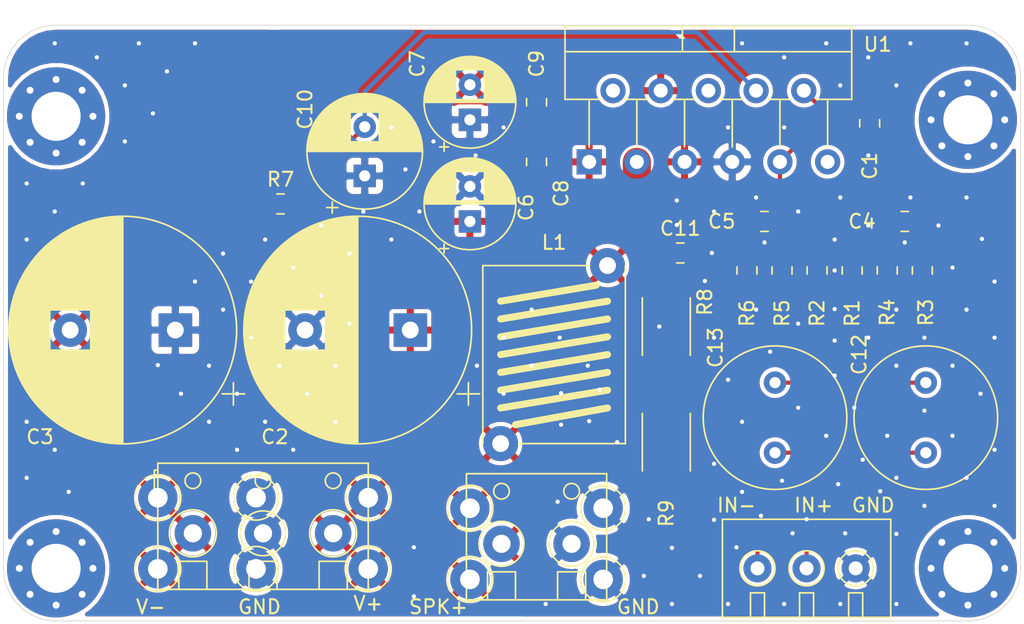
<source format=kicad_pcb>
(kicad_pcb (version 20171130) (host pcbnew "(5.1.6-0)")
  (layers (0 F.Cu signal) (31 B.Cu signal) (34 B.Paste user) (35 F.Paste user) (36 B.SilkS user) (37 F.SilkS user) (38 B.Mask user) (39 F.Mask user) (44 Edge.Cuts user))
  (net 0 "")
  (net 1 GND)
  (net 2 VCC)
  (net 3 VEE)
  (net 4 "Net-(C4-Pad2)")
  (net 5 "Net-(C5-Pad1)")
  (net 6 "Net-(C11-Pad1)")
  (net 7 /ICIN+)
  (net 8 /ICIN-)
  (net 9 /IN+)
  (net 10 /IN-)
  (net 11 /SIGOUT)
  (net 12 /MUTE)
  (net 13 "Net-(C12-Pad1)")
  (net 14 "Net-(C13-Pad1)")
  (net 15 /SPK+)
  (module footprints:Terminal_.25_PCB_TAB_TE_Connectivity_P5.08mm_ (layer F.Cu) (at 112.75 89.5 90)
    (fp_text reference J8)
    (fp_text value GND)
    (pad 1 thru_hole circle (at 2.54 0 90) (size 2.8 2.8) (drill 1.4) (layers *.Cu *.Mask) (net 1 GND))
    (pad 1 thru_hole circle (at -2.54 0 90) (size 2.8 2.8) (drill 1.4) (layers *.Cu *.Mask) (net 1 GND))
  )
  (module footprints:Terminal_.25_PCB_TAB_TE_Connectivity_P5.08mm_ (layer F.Cu) (at 103.25 89.5 90)
    (fp_text reference J7)
    (fp_text value SPK+)
    (pad 1 thru_hole circle (at 2.54 0 90) (size 2.8 2.8) (drill 1.4) (layers *.Cu *.Mask) (net 15 /SPK+))
    (pad 1 thru_hole circle (at -2.54 0 90) (size 2.8 2.8) (drill 1.4) (layers *.Cu *.Mask) (net 15 /SPK+))
  )
  (module footprints:Terminal_.25_PCB_TAB_TE_Connectivity_P5.08mm_ (layer F.Cu) (at 96 88.75 90)
    (fp_text reference J6)
    (fp_text value Vcc)
    (pad 1 thru_hole circle (at 2.54 0 90) (size 2.8 2.8) (drill 1.4) (layers *.Cu *.Mask) (net 2 VCC))
    (pad 1 thru_hole circle (at -2.54 0 90) (size 2.8 2.8) (drill 1.4) (layers *.Cu *.Mask) (net 2 VCC))
  )
  (module footprints:Terminal_.25_PCB_TAB_TE_Connectivity_P5.08mm_ (layer F.Cu) (at 88 88.75 90)
    (fp_text reference J5)
    (fp_text value GND)
    (pad 1 thru_hole circle (at 2.54 0 90) (size 2.8 2.8) (drill 1.4) (layers *.Cu *.Mask) (net 1 GND))
    (pad 1 thru_hole circle (at -2.54 0 90) (size 2.8 2.8) (drill 1.4) (layers *.Cu *.Mask) (net 1 GND))
  )
  (module footprints:Terminal_.25_PCB_TAB_TE_Connectivity_P5.08mm_ (layer F.Cu) (at 81 88.75 90)
    (fp_text reference J4)
    (fp_text value Vee)
    (pad 1 thru_hole circle (at 2.54 0 90) (size 2.8 2.8) (drill 1.4) (layers *.Cu *.Mask) (net 3 VEE))
    (pad 1 thru_hole circle (at -2.54 0 90) (size 2.8 2.8) (drill 1.4) (layers *.Cu *.Mask) (net 3 VEE))
  )
  (module footprints:Inductor_DIY_flipped (layer F.Cu) (at 109.25 76 270)
    (fp_text reference L1 (at -8 0 180) (layer F.SilkS))
    (fp_text value 1uH)
    (pad 2 thru_hole circle (at 6.35 3.81 270) (size 2.5 2.5) (drill 1.2) (layers *.Cu *.Mask) (net 15 /SPK+))
    (pad 1 thru_hole circle (at -6.35 -3.81 270) (size 2.5 2.5) (drill 1.2) (layers *.Cu *.Mask) (net 11 /SIGOUT))
  )
  (module footprints:TerminalBlock_CUI_01x03_P5.00mm (layer F.Cu) (at 88.5 88.75)
    (fp_text reference J3)
    (fp_text value POWER)
    (pad 3 thru_hole circle (at 5 0) (size 2.6 2.6) (drill 1.3) (layers *.Cu *.Mask) (net 2 VCC))
    (pad 2 thru_hole circle (at 0 0) (size 2.6 2.6) (drill 1.3) (layers *.Cu *.Mask) (net 1 GND))
    (pad 1 thru_hole circle (at -5 0) (size 2.6 2.6) (drill 1.3) (layers *.Cu *.Mask) (net 3 VEE))
  )
  (module footprints:TerminalBlock_CUI_01x02_P5.00mm (layer F.Cu) (at 108 89.5)
    (fp_text reference J2)
    (fp_text value SPEAKER)
    (pad 2 thru_hole circle (at 2.5 0) (size 2.6 2.6) (drill 1.3) (layers *.Cu *.Mask) (net 1 GND))
    (pad 1 thru_hole circle (at -2.5 0) (size 2.6 2.6) (drill 1.3) (layers *.Cu *.Mask) (net 15 /SPK+))
  )
  (module "footprints:TerminalBlock_ Amphenol_01_03_P3.50mm" (layer F.Cu) (at 127.25 91.25)
    (fp_text reference J1)
    (fp_text value INPUT)
    (pad 3 thru_hole circle (at 3.5 0) (size 2 2) (drill 1) (layers *.Cu *.Mask) (net 1 GND))
    (pad 2 thru_hole circle (at 0 0) (size 2 2) (drill 1) (layers *.Cu *.Mask) (net 13 "Net-(C12-Pad1)"))
    (pad 1 thru_hole circle (at -3.5 0) (size 2 2) (drill 1) (layers *.Cu *.Mask) (net 14 "Net-(C13-Pad1)"))
  )
  (module MountingHole:MountingHole_3.5mm_Pad_Via (layer F.Cu) (at 138.75 91.25)
    (fp_text reference H4)
    (fp_text value MountingHole)
    (pad 1 thru_hole circle (at 1.856155 -1.856155) (size 0.8 0.8) (drill 0.5) (layers *.Cu *.Mask))
    (pad 1 thru_hole circle (at 0 -2.625) (size 0.8 0.8) (drill 0.5) (layers *.Cu *.Mask))
    (pad 1 thru_hole circle (at -1.856155 -1.856155) (size 0.8 0.8) (drill 0.5) (layers *.Cu *.Mask))
    (pad 1 thru_hole circle (at -2.625 0) (size 0.8 0.8) (drill 0.5) (layers *.Cu *.Mask))
    (pad 1 thru_hole circle (at -1.856155 1.856155) (size 0.8 0.8) (drill 0.5) (layers *.Cu *.Mask))
    (pad 1 thru_hole circle (at 0 2.625) (size 0.8 0.8) (drill 0.5) (layers *.Cu *.Mask))
    (pad 1 thru_hole circle (at 1.856155 1.856155) (size 0.8 0.8) (drill 0.5) (layers *.Cu *.Mask))
    (pad 1 thru_hole circle (at 2.625 0) (size 0.8 0.8) (drill 0.5) (layers *.Cu *.Mask))
    (pad 1 thru_hole circle (at 0 0) (size 7 7) (drill 3.5) (layers *.Cu *.Mask))
  )
  (module MountingHole:MountingHole_3.5mm_Pad_Via (layer F.Cu) (at 138.75 59.25)
    (fp_text reference H3)
    (fp_text value MountingHole)
    (pad 1 thru_hole circle (at 1.856155 -1.856155) (size 0.8 0.8) (drill 0.5) (layers *.Cu *.Mask))
    (pad 1 thru_hole circle (at 0 -2.625) (size 0.8 0.8) (drill 0.5) (layers *.Cu *.Mask))
    (pad 1 thru_hole circle (at -1.856155 -1.856155) (size 0.8 0.8) (drill 0.5) (layers *.Cu *.Mask))
    (pad 1 thru_hole circle (at -2.625 0) (size 0.8 0.8) (drill 0.5) (layers *.Cu *.Mask))
    (pad 1 thru_hole circle (at -1.856155 1.856155) (size 0.8 0.8) (drill 0.5) (layers *.Cu *.Mask))
    (pad 1 thru_hole circle (at 0 2.625) (size 0.8 0.8) (drill 0.5) (layers *.Cu *.Mask))
    (pad 1 thru_hole circle (at 1.856155 1.856155) (size 0.8 0.8) (drill 0.5) (layers *.Cu *.Mask))
    (pad 1 thru_hole circle (at 2.625 0) (size 0.8 0.8) (drill 0.5) (layers *.Cu *.Mask))
    (pad 1 thru_hole circle (at 0 0) (size 7 7) (drill 3.5) (layers *.Cu *.Mask))
  )
  (module MountingHole:MountingHole_3.5mm_Pad_Via (layer F.Cu) (at 73.75 91.25)
    (fp_text reference H2)
    (fp_text value MountingHole)
    (pad 1 thru_hole circle (at 1.856155 -1.856155) (size 0.8 0.8) (drill 0.5) (layers *.Cu *.Mask))
    (pad 1 thru_hole circle (at 0 -2.625) (size 0.8 0.8) (drill 0.5) (layers *.Cu *.Mask))
    (pad 1 thru_hole circle (at -1.856155 -1.856155) (size 0.8 0.8) (drill 0.5) (layers *.Cu *.Mask))
    (pad 1 thru_hole circle (at -2.625 0) (size 0.8 0.8) (drill 0.5) (layers *.Cu *.Mask))
    (pad 1 thru_hole circle (at -1.856155 1.856155) (size 0.8 0.8) (drill 0.5) (layers *.Cu *.Mask))
    (pad 1 thru_hole circle (at 0 2.625) (size 0.8 0.8) (drill 0.5) (layers *.Cu *.Mask))
    (pad 1 thru_hole circle (at 1.856155 1.856155) (size 0.8 0.8) (drill 0.5) (layers *.Cu *.Mask))
    (pad 1 thru_hole circle (at 2.625 0) (size 0.8 0.8) (drill 0.5) (layers *.Cu *.Mask))
    (pad 1 thru_hole circle (at 0 0) (size 7 7) (drill 3.5) (layers *.Cu *.Mask))
  )
  (module MountingHole:MountingHole_3.5mm_Pad_Via (layer F.Cu) (at 73.75 59)
    (fp_text reference H1)
    (fp_text value MountingHole)
    (pad 1 thru_hole circle (at 1.856155 -1.856155) (size 0.8 0.8) (drill 0.5) (layers *.Cu *.Mask))
    (pad 1 thru_hole circle (at 0 -2.625) (size 0.8 0.8) (drill 0.5) (layers *.Cu *.Mask))
    (pad 1 thru_hole circle (at -1.856155 -1.856155) (size 0.8 0.8) (drill 0.5) (layers *.Cu *.Mask))
    (pad 1 thru_hole circle (at -2.625 0) (size 0.8 0.8) (drill 0.5) (layers *.Cu *.Mask))
    (pad 1 thru_hole circle (at -1.856155 1.856155) (size 0.8 0.8) (drill 0.5) (layers *.Cu *.Mask))
    (pad 1 thru_hole circle (at 0 2.625) (size 0.8 0.8) (drill 0.5) (layers *.Cu *.Mask))
    (pad 1 thru_hole circle (at 1.856155 1.856155) (size 0.8 0.8) (drill 0.5) (layers *.Cu *.Mask))
    (pad 1 thru_hole circle (at 2.625 0) (size 0.8 0.8) (drill 0.5) (layers *.Cu *.Mask))
    (pad 1 thru_hole circle (at 0 0) (size 7 7) (drill 3.5) (layers *.Cu *.Mask))
  )
  (module Capacitor_THT:C_Radial_D10.0mm_H12.5mm_P5.00mm (layer F.Cu) (at 125 83 90)
    (fp_text reference C13 (at 7.5 -4.25 90) (layer F.SilkS))
    (fp_text value "100u NP")
    (pad 2 thru_hole circle (at 5 0 90) (size 1.6 1.6) (drill 0.8) (layers *.Cu *.Mask) (net 10 /IN-))
    (pad 1 thru_hole circle (at 0 0 90) (size 1.6 1.6) (drill 0.8) (layers *.Cu *.Mask) (net 14 "Net-(C13-Pad1)"))
  )
  (module Capacitor_THT:C_Radial_D10.0mm_H12.5mm_P5.00mm (layer F.Cu) (at 135.75 83 90)
    (fp_text reference C12 (at 7 -4.75 90) (layer F.SilkS))
    (fp_text value "100u NP")
    (pad 2 thru_hole circle (at 5 0 90) (size 1.6 1.6) (drill 0.8) (layers *.Cu *.Mask) (net 9 /IN+))
    (pad 1 thru_hole circle (at 0 0 90) (size 1.6 1.6) (drill 0.8) (layers *.Cu *.Mask) (net 13 "Net-(C12-Pad1)"))
  )
  (module Capacitor_SMD:C_0805_2012Metric (layer F.Cu) (at 108 58 90)
    (fp_text reference C9 (at 2.75 0 90) (layer F.SilkS))
    (fp_text value 1u)
    (pad 2 smd roundrect (at 0.9375 0 90) (size 0.975 1.4) (layers F.Cu F.Paste F.Mask) (net 3 VEE))
    (pad 1 smd roundrect (at -0.9375 0 90) (size 0.975 1.4) (layers F.Cu F.Paste F.Mask) (net 1 GND))
  )
  (module Capacitor_SMD:C_0805_2012Metric (layer F.Cu) (at 108 62.25 90)
    (fp_text reference C8 (at -2.25 1.75 90) (layer F.SilkS))
    (fp_text value 1u)
    (pad 2 smd roundrect (at 0.9375 0 90) (size 0.975 1.4) (layers F.Cu F.Paste F.Mask) (net 1 GND))
    (pad 1 smd roundrect (at -0.9375 0 90) (size 0.975 1.4) (layers F.Cu F.Paste F.Mask) (net 2 VCC))
  )
  (module Capacitor_THT:CP_Radial_D8.0mm_P3.50mm (layer F.Cu) (at 95.75 63.25 90)
    (fp_text reference C10 (at 4.75 -4.25 90) (layer F.SilkS))
    (fp_text value 100u)
    (pad 2 thru_hole circle (at 3.5 0 90) (size 1.6 1.6) (drill 0.8) (layers *.Cu *.Mask) (net 12 /MUTE))
    (pad 1 thru_hole rect (at 0 0 90) (size 1.6 1.6) (drill 0.8) (layers *.Cu *.Mask) (net 1 GND))
  )
  (module Capacitor_THT:CP_Radial_D6.3mm_P2.50mm (layer F.Cu) (at 103.25 59.25 90)
    (fp_text reference C7 (at 4 -3.75 90) (layer F.SilkS))
    (fp_text value 10u)
    (pad 2 thru_hole circle (at 2.5 0 90) (size 1.6 1.6) (drill 0.8) (layers *.Cu *.Mask) (net 3 VEE))
    (pad 1 thru_hole rect (at 0 0 90) (size 1.6 1.6) (drill 0.8) (layers *.Cu *.Mask) (net 1 GND))
  )
  (module Capacitor_THT:CP_Radial_D6.3mm_P2.50mm (layer F.Cu) (at 103.25 66.5 90)
    (fp_text reference C6 (at 1 4 90) (layer F.SilkS))
    (fp_text value 10u)
    (pad 2 thru_hole circle (at 2.5 0 90) (size 1.6 1.6) (drill 0.8) (layers *.Cu *.Mask) (net 1 GND))
    (pad 1 thru_hole rect (at 0 0 90) (size 1.6 1.6) (drill 0.8) (layers *.Cu *.Mask) (net 2 VCC))
  )
  (module Capacitor_THT:CP_Radial_D16.0mm_P7.50mm (layer F.Cu) (at 82.25 74.25 180)
    (fp_text reference C3 (at 9.652 -7.62) (layer F.SilkS))
    (fp_text value 1000u)
    (pad 2 thru_hole circle (at 7.5 0 180) (size 2.4 2.4) (drill 1.2) (layers *.Cu *.Mask) (net 3 VEE))
    (pad 1 thru_hole rect (at 0 0 180) (size 2.4 2.4) (drill 1.2) (layers *.Cu *.Mask) (net 1 GND))
  )
  (module Capacitor_THT:CP_Radial_D16.0mm_P7.50mm (layer F.Cu) (at 99 74.25 180)
    (fp_text reference C2 (at 9.652 -7.62) (layer F.SilkS))
    (fp_text value 1000u)
    (pad 2 thru_hole circle (at 7.5 0 180) (size 2.4 2.4) (drill 1.2) (layers *.Cu *.Mask) (net 1 GND))
    (pad 1 thru_hole rect (at 0 0 180) (size 2.4 2.4) (drill 1.2) (layers *.Cu *.Mask) (net 2 VCC))
  )
  (module Resistor_SMD:R_2512_6332Metric (layer F.Cu) (at 117.25 82.25 90)
    (fp_text reference R9 (at -5.08 0 90) (layer F.SilkS))
    (fp_text value "10R 2W")
    (pad 2 smd roundrect (at 2.9 0 90) (size 1.35 3.35) (layers F.Cu F.Paste F.Mask) (roundrect_rratio 0.185185) (net 11 /SIGOUT))
    (pad 1 smd roundrect (at -2.9 0 90) (size 1.35 3.35) (layers F.Cu F.Paste F.Mask) (roundrect_rratio 0.185185) (net 15 /SPK+))
  )
  (module Resistor_SMD:R_2512_6332Metric (layer F.Cu) (at 117.25 74 90)
    (fp_text reference R8 (at 1.75 2.75 90) (layer F.SilkS))
    (fp_text value "2R7 2W")
    (pad 2 smd roundrect (at 2.9 0 90) (size 1.35 3.35) (layers F.Cu F.Paste F.Mask) (roundrect_rratio 0.185185) (net 6 "Net-(C11-Pad1)"))
    (pad 1 smd roundrect (at -2.9 0 90) (size 1.35 3.35) (layers F.Cu F.Paste F.Mask) (roundrect_rratio 0.185185) (net 11 /SIGOUT))
  )
  (module Package_TO_SOT_THT:TO-220-11_P3.4x5.08mm_StaggerOdd_Lead4.85mm_Vertical (layer F.Cu) (at 111.75 62.25)
    (fp_text reference U1 (at 20.574 -8.382) (layer F.SilkS))
    (fp_text value LM3886)
    (pad 11 thru_hole oval (at 17 0) (size 1.8 1.8) (drill 1) (layers *.Cu *.Mask))
    (pad 10 thru_hole oval (at 15.3 -5.08) (size 1.8 1.8) (drill 1) (layers *.Cu *.Mask) (net 7 /ICIN+))
    (pad 9 thru_hole oval (at 13.6 0) (size 1.8 1.8) (drill 1) (layers *.Cu *.Mask) (net 8 /ICIN-))
    (pad 8 thru_hole oval (at 11.9 -5.08) (size 1.8 1.8) (drill 1) (layers *.Cu *.Mask) (net 12 /MUTE))
    (pad 7 thru_hole oval (at 10.2 0) (size 1.8 1.8) (drill 1) (layers *.Cu *.Mask) (net 1 GND))
    (pad 6 thru_hole oval (at 8.5 -5.08) (size 1.8 1.8) (drill 1) (layers *.Cu *.Mask))
    (pad 5 thru_hole oval (at 6.8 0) (size 1.8 1.8) (drill 1) (layers *.Cu *.Mask) (net 2 VCC))
    (pad 4 thru_hole oval (at 5.1 -5.08) (size 1.8 1.8) (drill 1) (layers *.Cu *.Mask) (net 3 VEE))
    (pad 3 thru_hole oval (at 3.4 0) (size 1.8 1.8) (drill 1) (layers *.Cu *.Mask) (net 11 /SIGOUT))
    (pad 2 thru_hole oval (at 1.7 -5.08) (size 1.8 1.8) (drill 1) (layers *.Cu *.Mask))
    (pad 1 thru_hole rect (at 0 0) (size 1.8 1.8) (drill 1) (layers *.Cu *.Mask) (net 2 VCC))
  )
  (module Resistor_SMD:R_0805_2012Metric (layer F.Cu) (at 89.75 65.25)
    (fp_text reference R7 (at 0 -1.75) (layer F.SilkS))
    (fp_text value 20K)
    (pad 2 smd roundrect (at 0.9375 0) (size 0.975 1.4) (layers F.Cu F.Paste F.Mask) (net 12 /MUTE))
    (pad 1 smd roundrect (at -0.9375 0) (size 0.975 1.4) (layers F.Cu F.Paste F.Mask) (net 3 VEE))
  )
  (module Resistor_SMD:R_0805_2012Metric (layer F.Cu) (at 123 70 90)
    (fp_text reference R6 (at -3.048 0 90) (layer F.SilkS))
    (fp_text value 10K)
    (pad 2 smd roundrect (at 0.9375 0 90) (size 0.975 1.4) (layers F.Cu F.Paste F.Mask) (net 5 "Net-(C5-Pad1)"))
    (pad 1 smd roundrect (at -0.9375 0 90) (size 0.975 1.4) (layers F.Cu F.Paste F.Mask) (net 11 /SIGOUT))
  )
  (module Resistor_SMD:R_0805_2012Metric (layer F.Cu) (at 125.5 70 90)
    (fp_text reference R5 (at -3.048 0 90) (layer F.SilkS))
    (fp_text value "10K 0.1%")
    (pad 2 smd roundrect (at 0.9375 0 90) (size 0.975 1.4) (layers F.Cu F.Paste F.Mask) (net 8 /ICIN-))
    (pad 1 smd roundrect (at -0.9375 0 90) (size 0.975 1.4) (layers F.Cu F.Paste F.Mask) (net 11 /SIGOUT))
  )
  (module Resistor_SMD:R_0805_2012Metric (layer F.Cu) (at 133 70 90)
    (fp_text reference R4 (at -3 0 90) (layer F.SilkS))
    (fp_text value "10K 0.1%")
    (pad 2 smd roundrect (at 0.9375 0 90) (size 0.975 1.4) (layers F.Cu F.Paste F.Mask) (net 7 /ICIN+))
    (pad 1 smd roundrect (at -0.9375 0 90) (size 0.975 1.4) (layers F.Cu F.Paste F.Mask) (net 1 GND))
  )
  (module Resistor_SMD:R_0805_2012Metric (layer F.Cu) (at 135.5 70 90)
    (fp_text reference R3 (at -3 0.25 90) (layer F.SilkS))
    (fp_text value 10K)
    (pad 2 smd roundrect (at 0.9375 0 90) (size 0.975 1.4) (layers F.Cu F.Paste F.Mask) (net 4 "Net-(C4-Pad2)"))
    (pad 1 smd roundrect (at -0.9375 0 90) (size 0.975 1.4) (layers F.Cu F.Paste F.Mask) (net 1 GND))
  )
  (module Resistor_SMD:R_0805_2012Metric (layer F.Cu) (at 128 70 270)
    (fp_text reference R2 (at 3.048 0 90) (layer F.SilkS))
    (fp_text value "1K 0.1%")
    (pad 2 smd roundrect (at 0.9375 0 270) (size 0.975 1.4) (layers F.Cu F.Paste F.Mask) (net 10 /IN-))
    (pad 1 smd roundrect (at -0.9375 0 270) (size 0.975 1.4) (layers F.Cu F.Paste F.Mask) (net 8 /ICIN-))
  )
  (module Resistor_SMD:R_0805_2012Metric (layer F.Cu) (at 130.5 70 270)
    (fp_text reference R1 (at 3.048 0 90) (layer F.SilkS))
    (fp_text value "1K 0.1%")
    (pad 2 smd roundrect (at 0.9375 0 270) (size 0.975 1.4) (layers F.Cu F.Paste F.Mask) (net 9 /IN+))
    (pad 1 smd roundrect (at -0.9375 0 270) (size 0.975 1.4) (layers F.Cu F.Paste F.Mask) (net 7 /ICIN+))
  )
  (module Capacitor_SMD:C_0805_2012Metric (layer F.Cu) (at 118.25 68.75)
    (fp_text reference C11 (at 0 -1.75) (layer F.SilkS))
    (fp_text value 100n)
    (pad 2 smd roundrect (at 0.9375 0) (size 0.975 1.4) (layers F.Cu F.Paste F.Mask) (net 1 GND))
    (pad 1 smd roundrect (at -0.9375 0) (size 0.975 1.4) (layers F.Cu F.Paste F.Mask) (net 6 "Net-(C11-Pad1)"))
  )
  (module Capacitor_SMD:C_0805_2012Metric (layer F.Cu) (at 124.25 66.5)
    (fp_text reference C5 (at -3.048 0) (layer F.SilkS))
    (fp_text value 33p)
    (pad 2 smd roundrect (at 0.9375 0) (size 0.975 1.4) (layers F.Cu F.Paste F.Mask) (net 8 /ICIN-))
    (pad 1 smd roundrect (at -0.9375 0) (size 0.975 1.4) (layers F.Cu F.Paste F.Mask) (net 5 "Net-(C5-Pad1)"))
  )
  (module Capacitor_SMD:C_0805_2012Metric (layer F.Cu) (at 134.25 66.5)
    (fp_text reference C4 (at -3.048 0) (layer F.SilkS))
    (fp_text value 33p)
    (pad 2 smd roundrect (at 0.9375 0) (size 0.975 1.4) (layers F.Cu F.Paste F.Mask) (net 4 "Net-(C4-Pad2)"))
    (pad 1 smd roundrect (at -0.9375 0) (size 0.975 1.4) (layers F.Cu F.Paste F.Mask) (net 7 /ICIN+))
  )
  (module Capacitor_SMD:C_0805_2012Metric (layer F.Cu) (at 131.75 59.5 90)
    (fp_text reference C1 (at -3.048 0 90) (layer F.SilkS))
    (fp_text value 220p)
    (pad 2 smd roundrect (at 0.9375 0 90) (size 0.975 1.4) (layers F.Cu F.Paste F.Mask) (net 7 /ICIN+))
    (pad 1 smd roundrect (at -0.9375 0 90) (size 0.975 1.4) (layers F.Cu F.Paste F.Mask) (net 8 /ICIN-))
  )
  (gr_text GND (at 132 86.75) (layer F.SilkS) (effects (font (size 1 1))))
  (gr_text IN+ (at 127.75 86.75) (layer F.SilkS) (effects (font (size 1 1))))
  (gr_text IN- (at 122.25 86.75) (layer F.SilkS) (effects (font (size 1 1))))
  (gr_text GND (at 115.25 94) (layer F.SilkS) (effects (font (size 1 1))))
  (gr_text SPK+ (at 101 94) (layer F.SilkS) (effects (font (size 1 1))))
  (gr_text V+ (at 96 93.75) (layer F.SilkS) (effects (font (size 1 1))))
  (gr_text V- (at 80.5 94) (layer F.SilkS) (effects (font (size 1 1))))
  (gr_text GND (at 88.25 94) (layer F.SilkS) (effects (font (size 1 1))))
  (gr_arc (start 73.75 56.25) (end 73.75 52.5) (angle -90) (layer Edge.Cuts) (width 0.05))
  (gr_arc (start 138.75 56.25) (end 142.5 56.25) (angle -90) (layer Edge.Cuts) (width 0.05))
  (gr_arc (start 138.75 91.25) (end 138.75 95) (angle -90) (layer Edge.Cuts) (width 0.05))
  (gr_arc (start 73.75 91.25) (end 70 91.25) (angle -90) (layer Edge.Cuts) (width 0.05))
  (gr_line (start 70 56.25) (end 70 91.25) (layer Edge.Cuts) (width 0.05))
  (gr_line (start 138.75 52.5) (end 73.75 52.5) (layer Edge.Cuts) (width 0.05))
  (gr_line (start 142.5 91.25) (end 142.5 56.25) (layer Edge.Cuts) (width 0.05))
  (gr_line (start 138.75 95) (end 73.75 95) (layer Edge.Cuts) (width 0.05))
  (via (at 71.651191 63.7925) (size 0.7) (drill 0.3) (layers F.Cu B.Cu) (net 1))
  (via (at 71.651191 67.7925) (size 0.7) (drill 0.3) (layers F.Cu B.Cu) (net 1))
  (via (at 71.651191 80.7925) (size 0.7) (drill 0.3) (layers F.Cu B.Cu) (net 1))
  (via (at 71.651191 84.7925) (size 0.7) (drill 0.3) (layers F.Cu B.Cu) (net 1))
  (via (at 73.651191 53.7925) (size 0.7) (drill 0.3) (layers F.Cu B.Cu) (net 1))
  (via (at 73.651191 65.7925) (size 0.7) (drill 0.3) (layers F.Cu B.Cu) (net 1))
  (via (at 73.651191 82.7925) (size 0.7) (drill 0.3) (layers F.Cu B.Cu) (net 1))
  (via (at 74.651191 85.7925) (size 0.7) (drill 0.3) (layers F.Cu B.Cu) (net 1))
  (via (at 75.651191 63.7925) (size 0.7) (drill 0.3) (layers F.Cu B.Cu) (net 1))
  (via (at 76.651191 54.7925) (size 0.7) (drill 0.3) (layers F.Cu B.Cu) (net 1))
  (via (at 78.651191 56.7925) (size 0.7) (drill 0.3) (layers F.Cu B.Cu) (net 1))
  (via (at 78.651191 60.7925) (size 0.7) (drill 0.3) (layers F.Cu B.Cu) (net 1))
  (via (at 79.651191 53.7925) (size 0.7) (drill 0.3) (layers F.Cu B.Cu) (net 1))
  (via (at 80.651191 58.7925) (size 0.7) (drill 0.3) (layers F.Cu B.Cu) (net 1))
  (via (at 81 76.75) (size 0.7) (drill 0.3) (layers F.Cu B.Cu) (net 1))
  (via (at 81.651191 55.7925) (size 0.7) (drill 0.3) (layers F.Cu B.Cu) (net 1))
  (via (at 82.651191 78.7925) (size 0.7) (drill 0.3) (layers F.Cu B.Cu) (net 1))
  (via (at 83.651191 53.7925) (size 0.7) (drill 0.3) (layers F.Cu B.Cu) (net 1))
  (via (at 83.651191 70.7925) (size 0.7) (drill 0.3) (layers F.Cu B.Cu) (net 1))
  (via (at 84.651191 76.7925) (size 0.7) (drill 0.3) (layers F.Cu B.Cu) (net 1))
  (via (at 84.651191 80.7925) (size 0.7) (drill 0.3) (layers F.Cu B.Cu) (net 1))
  (via (at 85.651191 68.7925) (size 0.7) (drill 0.3) (layers F.Cu B.Cu) (net 1))
  (via (at 85.651191 72.7925) (size 0.7) (drill 0.3) (layers F.Cu B.Cu) (net 1))
  (via (at 86.651191 78.7925) (size 0.7) (drill 0.3) (layers F.Cu B.Cu) (net 1))
  (via (at 86.651191 82.7925) (size 0.7) (drill 0.3) (layers F.Cu B.Cu) (net 1))
  (via (at 87.651191 70.7925) (size 0.7) (drill 0.3) (layers F.Cu B.Cu) (net 1))
  (via (at 87.651191 74.7925) (size 0.7) (drill 0.3) (layers F.Cu B.Cu) (net 1))
  (via (at 88.651191 67.7925) (size 0.7) (drill 0.3) (layers F.Cu B.Cu) (net 1))
  (via (at 88.651191 80.7925) (size 0.7) (drill 0.3) (layers F.Cu B.Cu) (net 1))
  (via (at 89.651191 76.7925) (size 0.7) (drill 0.3) (layers F.Cu B.Cu) (net 1))
  (via (at 90.651191 69.7925) (size 0.7) (drill 0.3) (layers F.Cu B.Cu) (net 1))
  (via (at 90.651191 82.7925) (size 0.7) (drill 0.3) (layers F.Cu B.Cu) (net 1))
  (via (at 91.651191 78.7925) (size 0.7) (drill 0.3) (layers F.Cu B.Cu) (net 1))
  (via (at 92.651191 66.7925) (size 0.7) (drill 0.3) (layers F.Cu B.Cu) (net 1))
  (via (at 92.651191 71.7925) (size 0.7) (drill 0.3) (layers F.Cu B.Cu) (net 1))
  (via (at 93.651191 76.7925) (size 0.7) (drill 0.3) (layers F.Cu B.Cu) (net 1))
  (via (at 93.651191 80.7925) (size 0.7) (drill 0.3) (layers F.Cu B.Cu) (net 1))
  (via (at 94.651191 68.7925) (size 0.7) (drill 0.3) (layers F.Cu B.Cu) (net 1))
  (via (at 94.651191 73.7925) (size 0.7) (drill 0.3) (layers F.Cu B.Cu) (net 1))
  (via (at 95.651191 65.7925) (size 0.7) (drill 0.3) (layers F.Cu B.Cu) (net 1))
  (via (at 97.651191 59.7925) (size 0.7) (drill 0.3) (layers F.Cu B.Cu) (net 1))
  (via (at 97.651191 67.7925) (size 0.7) (drill 0.3) (layers F.Cu B.Cu) (net 1))
  (via (at 98.651191 62.7925) (size 0.7) (drill 0.3) (layers F.Cu B.Cu) (net 1))
  (via (at 99.651191 65.7925) (size 0.7) (drill 0.3) (layers F.Cu B.Cu) (net 1))
  (via (at 99.25 89.75) (size 0.7) (drill 0.3) (layers F.Cu B.Cu) (net 1))
  (via (at 99.25 93.25) (size 0.7) (drill 0.3) (layers F.Cu B.Cu) (net 1))
  (via (at 100.651191 60.7925) (size 0.7) (drill 0.3) (layers F.Cu B.Cu) (net 1))
  (via (at 103.651191 61.7925) (size 0.7) (drill 0.3) (layers F.Cu B.Cu) (net 1))
  (via (at 103.75 76.7925) (size 0.7) (drill 0.3) (layers F.Cu B.Cu) (net 1))
  (via (at 105.651191 59.7925) (size 0.7) (drill 0.3) (layers F.Cu B.Cu) (net 1))
  (via (at 105.651191 74.7925) (size 0.7) (drill 0.3) (layers F.Cu B.Cu) (net 1))
  (via (at 105.651191 78.7925) (size 0.7) (drill 0.3) (layers F.Cu B.Cu) (net 1))
  (via (at 107.651191 72.7925) (size 0.7) (drill 0.3) (layers F.Cu B.Cu) (net 1))
  (via (at 107.651191 76.7925) (size 0.7) (drill 0.3) (layers F.Cu B.Cu) (net 1))
  (via (at 108.651191 93.7925) (size 0.7) (drill 0.3) (layers F.Cu B.Cu) (net 1))
  (via (at 109.651191 74.7925) (size 0.7) (drill 0.3) (layers F.Cu B.Cu) (net 1))
  (via (at 111.651191 76.7925) (size 0.7) (drill 0.3) (layers F.Cu B.Cu) (net 1))
  (via (at 115.651191 91.7925) (size 0.7) (drill 0.3) (layers F.Cu B.Cu) (net 1))
  (via (at 118 65) (size 0.7) (drill 0.3) (layers F.Cu B.Cu) (net 1))
  (via (at 117.651191 89.7925) (size 0.7) (drill 0.3) (layers F.Cu B.Cu) (net 1))
  (via (at 117.651191 93.7925) (size 0.7) (drill 0.3) (layers F.Cu B.Cu) (net 1))
  (via (at 120 70.75) (size 0.7) (drill 0.3) (layers F.Cu B.Cu) (net 1))
  (via (at 119.651191 91.7925) (size 0.7) (drill 0.3) (layers F.Cu B.Cu) (net 1))
  (via (at 120.651191 65.7925) (size 0.7) (drill 0.3) (layers F.Cu B.Cu) (net 1))
  (via (at 120.651191 74.7925) (size 0.7) (drill 0.3) (layers F.Cu B.Cu) (net 1))
  (via (at 120.651191 83.7925) (size 0.7) (drill 0.3) (layers F.Cu B.Cu) (net 1))
  (via (at 120.651191 87.7925) (size 0.7) (drill 0.3) (layers F.Cu B.Cu) (net 1))
  (via (at 121.651191 59.7925) (size 0.7) (drill 0.3) (layers F.Cu B.Cu) (net 1))
  (via (at 121.651191 77.7925) (size 0.7) (drill 0.3) (layers F.Cu B.Cu) (net 1))
  (via (at 121.651191 93.7925) (size 0.7) (drill 0.3) (layers F.Cu B.Cu) (net 1))
  (via (at 122.651191 53.7925) (size 0.7) (drill 0.3) (layers F.Cu B.Cu) (net 1))
  (via (at 122.651191 80.7925) (size 0.7) (drill 0.3) (layers F.Cu B.Cu) (net 1))
  (via (at 122.651191 85.7925) (size 0.7) (drill 0.3) (layers F.Cu B.Cu) (net 1))
  (via (at 122.25 89.75) (size 0.7) (drill 0.3) (layers F.Cu B.Cu) (net 1))
  (via (at 123.651191 64.7925) (size 0.7) (drill 0.3) (layers F.Cu B.Cu) (net 1))
  (via (at 123.651191 72.7925) (size 0.7) (drill 0.3) (layers F.Cu B.Cu) (net 1))
  (via (at 124.651191 75.7925) (size 0.7) (drill 0.3) (layers F.Cu B.Cu) (net 1))
  (via (at 125.651191 54.7925) (size 0.7) (drill 0.3) (layers F.Cu B.Cu) (net 1))
  (via (at 125.651191 59.7925) (size 0.7) (drill 0.3) (layers F.Cu B.Cu) (net 1))
  (via (at 125.651191 93.7925) (size 0.7) (drill 0.3) (layers F.Cu B.Cu) (net 1))
  (via (at 126.651191 65.7925) (size 0.7) (drill 0.3) (layers F.Cu B.Cu) (net 1))
  (via (at 126.651191 73.7925) (size 0.7) (drill 0.3) (layers F.Cu B.Cu) (net 1))
  (via (at 126.651191 79.7925) (size 0.7) (drill 0.3) (layers F.Cu B.Cu) (net 1))
  (via (at 128.651191 53.7925) (size 0.7) (drill 0.3) (layers F.Cu B.Cu) (net 1))
  (via (at 129.25 67.7925) (size 0.7) (drill 0.3) (layers F.Cu B.Cu) (net 1))
  (via (at 128.651191 81.7925) (size 0.7) (drill 0.3) (layers F.Cu B.Cu) (net 1))
  (via (at 129.651191 56.7925) (size 0.7) (drill 0.3) (layers F.Cu B.Cu) (net 1))
  (via (at 129.651191 64.7925) (size 0.7) (drill 0.3) (layers F.Cu B.Cu) (net 1))
  (via (at 129.25 72.75) (size 0.7) (drill 0.3) (layers F.Cu B.Cu) (net 1))
  (via (at 129.25 75) (size 0.7) (drill 0.3) (layers F.Cu B.Cu) (net 1))
  (via (at 130 88.75) (size 0.7) (drill 0.3) (layers F.Cu B.Cu) (net 1))
  (via (at 129.651191 93.7925) (size 0.7) (drill 0.3) (layers F.Cu B.Cu) (net 1))
  (via (at 130.651191 79.7925) (size 0.7) (drill 0.3) (layers F.Cu B.Cu) (net 1))
  (via (at 131.25 83.5) (size 0.7) (drill 0.3) (layers F.Cu B.Cu) (net 1))
  (via (at 131.651191 54.7925) (size 0.7) (drill 0.3) (layers F.Cu B.Cu) (net 1))
  (via (at 131.651191 61.7925) (size 0.7) (drill 0.3) (layers F.Cu B.Cu) (net 1))
  (via (at 131.651191 66.7925) (size 0.7) (drill 0.3) (layers F.Cu B.Cu) (net 1))
  (via (at 131.651191 74.7925) (size 0.7) (drill 0.3) (layers F.Cu B.Cu) (net 1))
  (via (at 132.5 85.75) (size 0.7) (drill 0.3) (layers F.Cu B.Cu) (net 1))
  (via (at 133 81.7925) (size 0.7) (drill 0.3) (layers F.Cu B.Cu) (net 1))
  (via (at 133.651191 56.7925) (size 0.7) (drill 0.3) (layers F.Cu B.Cu) (net 1))
  (via (at 133.651191 72.7925) (size 0.7) (drill 0.3) (layers F.Cu B.Cu) (net 1))
  (via (at 133.651191 76.7925) (size 0.7) (drill 0.3) (layers F.Cu B.Cu) (net 1))
  (via (at 133.651191 84.7925) (size 0.7) (drill 0.3) (layers F.Cu B.Cu) (net 1))
  (via (at 133.651191 88.7925) (size 0.7) (drill 0.3) (layers F.Cu B.Cu) (net 1))
  (via (at 133.651191 93.7925) (size 0.7) (drill 0.3) (layers F.Cu B.Cu) (net 1))
  (via (at 134.651191 53.7925) (size 0.7) (drill 0.3) (layers F.Cu B.Cu) (net 1))
  (via (at 134.651191 64.7925) (size 0.7) (drill 0.3) (layers F.Cu B.Cu) (net 1))
  (via (at 135.651191 74.7925) (size 0.7) (drill 0.3) (layers F.Cu B.Cu) (net 1))
  (via (at 135.651191 80) (size 0.7) (drill 0.3) (layers F.Cu B.Cu) (net 1))
  (via (at 135.651191 86.7925) (size 0.7) (drill 0.3) (layers F.Cu B.Cu) (net 1))
  (via (at 136.651191 66.7925) (size 0.7) (drill 0.3) (layers F.Cu B.Cu) (net 1))
  (via (at 137.651191 69.7925) (size 0.7) (drill 0.3) (layers F.Cu B.Cu) (net 1))
  (via (at 137.651191 76.7925) (size 0.7) (drill 0.3) (layers F.Cu B.Cu) (net 1))
  (via (at 137.651191 81.7925) (size 0.7) (drill 0.3) (layers F.Cu B.Cu) (net 1))
  (via (at 138.651191 53.7925) (size 0.7) (drill 0.3) (layers F.Cu B.Cu) (net 1))
  (via (at 138.651191 64.7925) (size 0.7) (drill 0.3) (layers F.Cu B.Cu) (net 1))
  (via (at 138.651191 72.7925) (size 0.7) (drill 0.3) (layers F.Cu B.Cu) (net 1))
  (via (at 138.651191 84.7925) (size 0.7) (drill 0.3) (layers F.Cu B.Cu) (net 1))
  (via (at 134.25 68) (size 0.7) (drill 0.3) (layers F.Cu B.Cu) (net 1))
  (via (at 139.651191 78.7925) (size 0.7) (drill 0.3) (layers F.Cu B.Cu) (net 1))
  (via (at 140.651191 70.7925) (size 0.7) (drill 0.3) (layers F.Cu B.Cu) (net 1))
  (via (at 140.651191 74.7925) (size 0.7) (drill 0.3) (layers F.Cu B.Cu) (net 1))
  (via (at 140.651191 82.7925) (size 0.7) (drill 0.3) (layers F.Cu B.Cu) (net 1))
  (via (at 140.651191 86.7925) (size 0.7) (drill 0.3) (layers F.Cu B.Cu) (net 1))
  (via (at 139.75 67.75) (size 0.7) (drill 0.3) (layers F.Cu B.Cu) (net 1))
  (via (at 124.25 68) (size 0.7) (drill 0.3) (layers F.Cu B.Cu) (net 1))
  (via (at 118 66.75) (size 0.7) (drill 0.3) (layers F.Cu B.Cu) (net 1))
  (via (at 120.5 68.75) (size 0.7) (drill 0.3) (layers F.Cu B.Cu) (net 1))
  (via (at 129.25 70) (size 0.7) (drill 0.3) (layers F.Cu B.Cu) (net 1))
  (via (at 126.25 88.75) (size 0.7) (drill 0.3) (layers F.Cu B.Cu) (net 1))
  (via (at 127.25 87.75) (size 0.7) (drill 0.3) (layers F.Cu B.Cu) (net 1))
  (via (at 129.5 85.25) (size 0.7) (drill 0.3) (layers F.Cu B.Cu) (net 1))
  (via (at 125.5 85) (size 0.7) (drill 0.3) (layers F.Cu B.Cu) (net 1))
  (via (at 124 87.5) (size 0.7) (drill 0.3) (layers F.Cu B.Cu) (net 1))
  (via (at 129.25 77.5) (size 0.7) (drill 0.3) (layers F.Cu B.Cu) (net 1))
  (via (at 116.75 74) (size 0.7) (drill 0.3) (layers F.Cu B.Cu) (net 1))
  (via (at 109.75 78.75) (size 0.7) (drill 0.3) (layers F.Cu B.Cu) (net 1))
  (via (at 111.75 80.75) (size 0.7) (drill 0.3) (layers F.Cu B.Cu) (net 1))
  (via (at 113.75 82.25) (size 0.7) (drill 0.3) (layers F.Cu B.Cu) (net 1))
  (via (at 109.75 81) (size 0.7) (drill 0.3) (layers F.Cu B.Cu) (net 1))
  (via (at 112.5 78.5) (size 0.7) (drill 0.3) (layers F.Cu B.Cu) (net 1))
  (via (at 109.5 86.5) (size 0.7) (drill 0.3) (layers F.Cu B.Cu) (net 1))
  (via (at 116 87.75) (size 0.7) (drill 0.3) (layers F.Cu B.Cu) (net 1))
  (segment (start 135.1875 68.75) (end 135.5 69.0625) (width 0.3) (layer F.Cu) (net 4))
  (segment (start 135.1875 66.5) (end 135.1875 68.75) (width 0.3) (layer F.Cu) (net 4))
  (segment (start 123.3125 68.75) (end 123 69.0625) (width 0.3) (layer F.Cu) (net 5))
  (segment (start 123.3125 66.5) (end 123.3125 68.75) (width 0.3) (layer F.Cu) (net 5))
  (segment (start 117.3125 71.0375) (end 117.25 71.1) (width 1) (layer F.Cu) (net 6))
  (segment (start 117.3125 68.75) (end 117.3125 71.0375) (width 1) (layer F.Cu) (net 6))
  (segment (start 128.4425 58.5625) (end 127.05 57.17) (width 0.3) (layer F.Cu) (net 7))
  (segment (start 133.3125 68.75) (end 133 69.0625) (width 0.3) (layer F.Cu) (net 7))
  (segment (start 133.3125 66.5) (end 133.3125 68.75) (width 0.3) (layer F.Cu) (net 7))
  (segment (start 133 69.0625) (end 130.5 69.0625) (width 0.3) (layer F.Cu) (net 7))
  (segment (start 134 63.25) (end 133.3125 63.9375) (width 0.3) (layer F.Cu) (net 7))
  (segment (start 133.3125 63.9375) (end 133.3125 66.5) (width 0.3) (layer F.Cu) (net 7))
  (segment (start 128.4425 58.5625) (end 131.75 58.5625) (width 0.3) (layer F.Cu) (net 7))
  (segment (start 133.0625 58.5625) (end 134 59.5) (width 0.3) (layer F.Cu) (net 7))
  (segment (start 131.75 58.5625) (end 133.0625 58.5625) (width 0.3) (layer F.Cu) (net 7))
  (segment (start 134 59.5) (end 134 63.25) (width 0.3) (layer F.Cu) (net 7))
  (segment (start 125.35 66.3375) (end 125.1875 66.5) (width 0.3) (layer F.Cu) (net 8))
  (segment (start 125.35 62.25) (end 125.35 66.3375) (width 0.3) (layer F.Cu) (net 8))
  (segment (start 125.1875 68.75) (end 125.5 69.0625) (width 0.3) (layer F.Cu) (net 8))
  (segment (start 125.1875 66.5) (end 125.1875 68.75) (width 0.3) (layer F.Cu) (net 8))
  (segment (start 128 69.0625) (end 125.5 69.0625) (width 0.3) (layer F.Cu) (net 8))
  (segment (start 127.1625 60.4375) (end 125.35 62.25) (width 0.3) (layer F.Cu) (net 8))
  (segment (start 127.1625 60.4375) (end 131.75 60.4375) (width 0.3) (layer F.Cu) (net 8))
  (segment (start 130.5 70.9375) (end 130.5 75.25) (width 0.3) (layer F.Cu) (net 9))
  (segment (start 133.25 78) (end 135.75 78) (width 0.3) (layer F.Cu) (net 9))
  (segment (start 130.5 75.25) (end 133.25 78) (width 0.3) (layer F.Cu) (net 9))
  (segment (start 128 70.9375) (end 128 77.25) (width 0.3) (layer F.Cu) (net 10))
  (segment (start 127.25 78) (end 125 78) (width 0.3) (layer F.Cu) (net 10))
  (segment (start 128 77.25) (end 127.25 78) (width 0.3) (layer F.Cu) (net 10))
  (segment (start 115.15 62.25) (end 115.15 64.35) (width 2) (layer F.Cu) (net 11))
  (segment (start 125.5 70.9375) (end 123 70.9375) (width 0.3) (layer F.Cu) (net 11))
  (segment (start 123 70.9375) (end 120.9375 73) (width 0.3) (layer F.Cu) (net 11))
  (segment (start 120.9375 73) (end 114.75 73) (width 0.3) (layer F.Cu) (net 11))
  (segment (start 123.65 57.17) (end 119.48 53) (width 0.3) (layer B.Cu) (net 12))
  (segment (start 119.48 53) (end 100 53) (width 0.3) (layer B.Cu) (net 12))
  (segment (start 95.75 57.25) (end 95.75 59.75) (width 0.3) (layer B.Cu) (net 12))
  (segment (start 100 53) (end 95.75 57.25) (width 0.3) (layer B.Cu) (net 12))
  (segment (start 90.6875 65.25) (end 90.6875 63.8125) (width 0.3) (layer F.Cu) (net 12))
  (segment (start 90.6875 63.8125) (end 93.75 60.75) (width 0.3) (layer F.Cu) (net 12))
  (segment (start 94.75 60.75) (end 95.75 59.75) (width 0.3) (layer F.Cu) (net 12))
  (segment (start 93.75 60.75) (end 94.75 60.75) (width 0.3) (layer F.Cu) (net 12))
  (segment (start 135.75 83) (end 134.25 83) (width 0.3) (layer F.Cu) (net 13))
  (segment (start 127.25 91.25) (end 127.25 89.5) (width 0.3) (layer F.Cu) (net 13))
  (segment (start 133.75 83) (end 134.25 83) (width 0.3) (layer F.Cu) (net 13))
  (segment (start 127.25 89.5) (end 133.75 83) (width 0.3) (layer F.Cu) (net 13))
  (segment (start 126.75 83) (end 125 83) (width 0.3) (layer F.Cu) (net 14))
  (segment (start 128 85) (end 128 83.5) (width 0.3) (layer F.Cu) (net 14))
  (segment (start 127.5 83) (end 126.75 83) (width 0.3) (layer F.Cu) (net 14))
  (segment (start 128 83.5) (end 127.5 83) (width 0.3) (layer F.Cu) (net 14))
  (segment (start 123.75 89.25) (end 128 85) (width 0.3) (layer F.Cu) (net 14))
  (segment (start 123.75 91.25) (end 123.75 89.25) (width 0.3) (layer F.Cu) (net 14))
  (zone (net 1) (net_name GND) (layer B.Cu) (connect_pads (clearance 0.3)) (min_thickness 0.3) (fill yes (arc_segments 32) (thermal_gap 0.5) (thermal_bridge_width 0.5))
    (polygon (pts (xy 142.5 95) (xy 70 95) (xy 70 52.5) (xy 142.5 52.5)))
  )
  (zone (net 11) (net_name /SIGOUT) (layer F.Cu) (priority 1) (connect_pads (clearance 0.3)) (min_thickness 0.3) (fill yes (arc_segments 32) (thermal_gap 0.3) (thermal_bridge_width 0.5))
    (polygon (pts (xy 117 64.25) (xy 117 67.5) (xy 116 68.5) (xy 116 69.25) (xy 115.25 70) (xy 115.25 74.25) (xy 116 75) (xy 119.25 75) (xy 120.5 76.25) (xy 120.5 81) (xy 119.5 82) (xy 115.5 82) (xy 114 80.5) (xy 114 77.5) (xy 111.75 75.25) (xy 111.75 73.75) (xy 110.25 72.25) (xy 110.25 69.25) (xy 111.5 68) (xy 112.25 67.25) (xy 113.25 66.25) (xy 113.25 65.5) (xy 114 64.75) (xy 114 63.5) (xy 116.25 63.5)))
  )
  (zone (net 2) (net_name VCC) (layer F.Cu) (priority 1) (connect_pads (clearance 0.3)) (min_thickness 0.3) (fill yes (arc_segments 32) (thermal_gap 0.3) (thermal_bridge_width 0.5))
    (polygon (pts (xy 120.5 60) (xy 120.5 63.25) (xy 119.75 64) (xy 117.75 64) (xy 117 63.25) (xy 117 62.75) (xy 117 61.75) (xy 116.25 61) (xy 114.25 61) (xy 113.75 61.5) (xy 113.75 63) (xy 113.5 63.25) (xy 113.5 64.25) (xy 112.75 65) (xy 112.75 65.75) (xy 112 66.5) (xy 111.5 67) (xy 110.75 67.75) (xy 109.75 68.75) (xy 105.5 73) (xy 104.5 74) (xy 102.75 75.75) (xy 102.75 82.75) (xy 98.5 87) (xy 98.5 92.5) (xy 97.25 93.75) (xy 92.25 93.75) (xy 91 92.5) (xy 91 85.25) (xy 95.75 80.5) (xy 95.75 71.75) (xy 101.75 65.75) (xy 103.75 65.75) (xy 104.5 65) (xy 104.5 64.25) (xy 106.25 62.5) (xy 108.75 62.5) (xy 109.25 62) (xy 109.25 60.25) (xy 110.75 58.75) (xy 119.25 58.75)))
  )
  (zone (net 3) (net_name VEE) (layer F.Cu) (priority 1) (connect_pads (clearance 0.3)) (min_thickness 0.3) (fill yes (arc_segments 32) (thermal_gap 0.3) (thermal_bridge_width 0.5))
    (polygon (pts (xy 119.25 54.5) (xy 119.25 58) (xy 119 58.25) (xy 102.75 58.25) (xy 95.25 58.25) (xy 93.5 60) (xy 89.75 63.780927) (xy 89.75 66) (xy 89 66.75) (xy 85.75 66.75) (xy 80 72.5) (xy 80 77.5) (xy 85 82.5) (xy 86 83.5) (xy 86 92.5) (xy 84.75 93.75) (xy 79.5 93.75) (xy 78.25 92.5) (xy 78.25 85.75) (xy 71.25 78.75) (xy 71.25 71.25) (xy 80 62.5) (xy 87.5 55) (xy 90 52.5) (xy 117.25 52.5)))
  )
  (zone (net 15) (net_name /SPK+) (layer F.Cu) (priority 1) (connect_pads (clearance 0.3)) (min_thickness 0.3) (fill yes (arc_segments 32) (thermal_gap 0.3) (thermal_bridge_width 0.5))
    (polygon (pts (xy 110.25 83.25) (xy 114.5 83.25) (xy 115 83.25) (xy 119 83.25) (xy 119.75 84) (xy 119.75 85.75) (xy 119.25 86.25) (xy 115.5 86.25) (xy 114 84.75) (xy 109 84.75) (xy 107.75 86) (xy 107.75 92.75) (xy 106.75 94.25) (xy 102 94.25) (xy 100.25 92.5) (xy 100.25 86) (xy 103.25 83) (xy 103.25 81) (xy 104 80.25) (xy 107.25 80.25)))
  )
  (zone (net 1) (net_name GND) (layer F.Cu) (connect_pads (clearance 0.3)) (min_thickness 0.3) (fill yes (arc_segments 32) (thermal_gap 0.5) (thermal_bridge_width 0.5))
    (polygon (pts (xy 142.75 95.25) (xy 69.75 95.25) (xy 69.75 52.25) (xy 142.75 52.25)))
  )
)
</source>
